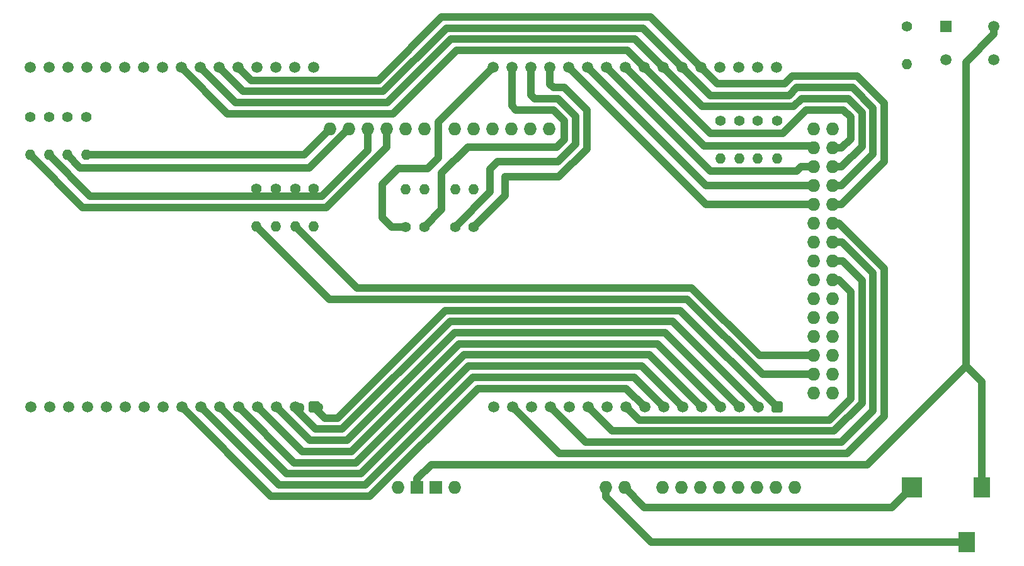
<source format=gbr>
%TF.GenerationSoftware,KiCad,Pcbnew,8.0.2*%
%TF.CreationDate,2024-05-10T09:20:42-04:00*%
%TF.ProjectId,Anastasiya Volgina - PCB Design,416e6173-7461-4736-9979-6120566f6c67,rev?*%
%TF.SameCoordinates,Original*%
%TF.FileFunction,Copper,L1,Top*%
%TF.FilePolarity,Positive*%
%FSLAX46Y46*%
G04 Gerber Fmt 4.6, Leading zero omitted, Abs format (unit mm)*
G04 Created by KiCad (PCBNEW 8.0.2) date 2024-05-10 09:20:42*
%MOMM*%
%LPD*%
G01*
G04 APERTURE LIST*
G04 Aperture macros list*
%AMRoundRect*
0 Rectangle with rounded corners*
0 $1 Rounding radius*
0 $2 $3 $4 $5 $6 $7 $8 $9 X,Y pos of 4 corners*
0 Add a 4 corners polygon primitive as box body*
4,1,4,$2,$3,$4,$5,$6,$7,$8,$9,$2,$3,0*
0 Add four circle primitives for the rounded corners*
1,1,$1+$1,$2,$3*
1,1,$1+$1,$4,$5*
1,1,$1+$1,$6,$7*
1,1,$1+$1,$8,$9*
0 Add four rect primitives between the rounded corners*
20,1,$1+$1,$2,$3,$4,$5,0*
20,1,$1+$1,$4,$5,$6,$7,0*
20,1,$1+$1,$6,$7,$8,$9,0*
20,1,$1+$1,$8,$9,$2,$3,0*%
G04 Aperture macros list end*
%TA.AperFunction,ComponentPad*%
%ADD10C,1.400000*%
%TD*%
%TA.AperFunction,ComponentPad*%
%ADD11O,1.400000X1.400000*%
%TD*%
%TA.AperFunction,SMDPad,CuDef*%
%ADD12R,2.200000X2.800000*%
%TD*%
%TA.AperFunction,SMDPad,CuDef*%
%ADD13R,2.800000X2.800000*%
%TD*%
%TA.AperFunction,ComponentPad*%
%ADD14RoundRect,0.250000X-0.500000X-0.500000X0.500000X-0.500000X0.500000X0.500000X-0.500000X0.500000X0*%
%TD*%
%TA.AperFunction,ComponentPad*%
%ADD15C,1.500000*%
%TD*%
%TA.AperFunction,ComponentPad*%
%ADD16R,1.498000X1.498000*%
%TD*%
%TA.AperFunction,ComponentPad*%
%ADD17C,1.498000*%
%TD*%
%TA.AperFunction,ComponentPad*%
%ADD18O,1.727200X1.727200*%
%TD*%
%TA.AperFunction,ComponentPad*%
%ADD19R,1.727200X1.727200*%
%TD*%
%TA.AperFunction,Conductor*%
%ADD20C,1.000000*%
%TD*%
G04 APERTURE END LIST*
D10*
%TO.P,R6,1*%
%TO.N,Net-(D1-R6)*%
X225500000Y-105460000D03*
D11*
%TO.P,R6,2*%
%TO.N,/D3*%
X225500000Y-110540000D03*
%TD*%
D10*
%TO.P,R17,1*%
%TO.N,Net-(R17-Pad1)*%
X248000000Y-92760000D03*
D11*
%TO.P,R17,2*%
%TO.N,/D39*%
X248000000Y-97840000D03*
%TD*%
D10*
%TO.P,R15,1*%
%TO.N,Net-(D2-R7)*%
X165800000Y-114620000D03*
D11*
%TO.P,R15,2*%
%TO.N,/D44*%
X165800000Y-119700000D03*
%TD*%
D12*
%TO.P,J1,R*%
%TO.N,/A6*%
X256100000Y-162200000D03*
%TO.P,J1,S*%
%TO.N,/GND*%
X258100000Y-154800000D03*
D13*
%TO.P,J1,T*%
%TO.N,/A7*%
X248700000Y-154800000D03*
%TD*%
D10*
%TO.P,R9,1*%
%TO.N,Net-(D2-R1)*%
X130200000Y-105000000D03*
D11*
%TO.P,R9,2*%
%TO.N,/D10*%
X130200000Y-110080000D03*
%TD*%
D10*
%TO.P,R11,1*%
%TO.N,Net-(D2-R3)*%
X135200000Y-105000000D03*
D11*
%TO.P,R11,2*%
%TO.N,/D12*%
X135200000Y-110080000D03*
%TD*%
D10*
%TO.P,R8,1*%
%TO.N,Net-(D1-R8)*%
X230600000Y-105460000D03*
D11*
%TO.P,R8,2*%
%TO.N,/D5*%
X230600000Y-110540000D03*
%TD*%
D10*
%TO.P,R1,1*%
%TO.N,Net-(D1-R1)*%
X180600000Y-119740000D03*
D11*
%TO.P,R1,2*%
%TO.N,/D9*%
X180600000Y-114660000D03*
%TD*%
D10*
%TO.P,R3,1*%
%TO.N,Net-(D1-R3)*%
X187300000Y-119780000D03*
D11*
%TO.P,R3,2*%
%TO.N,/D7*%
X187300000Y-114700000D03*
%TD*%
D14*
%TO.P,D2,1,CB1*%
%TO.N,/A15*%
X168340000Y-144000000D03*
D15*
%TO.P,D2,2,CB2*%
%TO.N,/A14*%
X165800000Y-144000000D03*
%TO.P,D2,3,CB3*%
%TO.N,/A13*%
X163260000Y-144000000D03*
%TO.P,D2,4,CB4*%
%TO.N,/A12*%
X160720000Y-144000000D03*
%TO.P,D2,5,CB5*%
%TO.N,/A11*%
X158180000Y-144000000D03*
%TO.P,D2,6,CB6*%
%TO.N,/A10*%
X155640000Y-144000000D03*
%TO.P,D2,7,CB7*%
%TO.N,/A9*%
X153100000Y-144000000D03*
%TO.P,D2,8,CB8*%
%TO.N,/A8*%
X150560000Y-144000000D03*
%TO.P,D2,9,CR1*%
%TO.N,/D37*%
X148020000Y-144000000D03*
%TO.P,D2,10,CR2*%
%TO.N,/D36*%
X145480000Y-144000000D03*
%TO.P,D2,11,CR3*%
%TO.N,/D35*%
X142940000Y-144000000D03*
%TO.P,D2,12,CR4*%
%TO.N,/D34*%
X140400000Y-144000000D03*
%TO.P,D2,13,CR5*%
%TO.N,/D33*%
X137860000Y-144000000D03*
%TO.P,D2,14,CR6*%
%TO.N,/D32*%
X135320000Y-144000000D03*
%TO.P,D2,15,CR7*%
%TO.N,/D31*%
X132780000Y-144000000D03*
%TO.P,D2,16,CR8*%
%TO.N,/D30*%
X130240000Y-144000000D03*
%TO.P,D2,17,R1*%
%TO.N,Net-(D2-R1)*%
X130145037Y-98279543D03*
%TO.P,D2,18,R2*%
%TO.N,Net-(D2-R2)*%
X132685037Y-98279543D03*
%TO.P,D2,19,R3*%
%TO.N,Net-(D2-R3)*%
X135225037Y-98279543D03*
%TO.P,D2,20,R4*%
%TO.N,Net-(D2-R4)*%
X137765037Y-98279543D03*
%TO.P,D2,21,CG8*%
%TO.N,/D28*%
X140305037Y-98279543D03*
%TO.P,D2,22,CG7*%
%TO.N,/D26*%
X142845037Y-98279543D03*
%TO.P,D2,23,CG6*%
%TO.N,/D24*%
X145385037Y-98279543D03*
%TO.P,D2,24,CG5*%
%TO.N,/D22*%
X147925037Y-98279543D03*
%TO.P,D2,25,CG4*%
%TO.N,/D23*%
X150465037Y-98279543D03*
%TO.P,D2,26,CG3*%
%TO.N,/D25*%
X153005037Y-98279543D03*
%TO.P,D2,27,CG2*%
%TO.N,/D27*%
X155545037Y-98279543D03*
%TO.P,D2,28,CG1*%
%TO.N,/D29*%
X158085037Y-98279543D03*
%TO.P,D2,29,R5*%
%TO.N,Net-(D2-R5)*%
X160625037Y-98279543D03*
%TO.P,D2,30,R6*%
%TO.N,Net-(D2-R6)*%
X163165037Y-98279543D03*
%TO.P,D2,31,R7*%
%TO.N,Net-(D2-R7)*%
X165705037Y-98279543D03*
%TO.P,D2,32,R8*%
%TO.N,Net-(D2-R8)*%
X168245037Y-98279543D03*
%TD*%
D10*
%TO.P,R12,1*%
%TO.N,Net-(D2-R4)*%
X137700000Y-105000000D03*
D11*
%TO.P,R12,2*%
%TO.N,/D13*%
X137700000Y-110080000D03*
%TD*%
D10*
%TO.P,R13,1*%
%TO.N,Net-(D2-R5)*%
X160600000Y-114620000D03*
D11*
%TO.P,R13,2*%
%TO.N,/D46*%
X160600000Y-119700000D03*
%TD*%
D10*
%TO.P,R2,1*%
%TO.N,Net-(D1-R2)*%
X183200000Y-119740000D03*
D11*
%TO.P,R2,2*%
%TO.N,/D8*%
X183200000Y-114660000D03*
%TD*%
D10*
%TO.P,R5,1*%
%TO.N,Net-(D1-R5)*%
X223000000Y-105460000D03*
D11*
%TO.P,R5,2*%
%TO.N,/D2*%
X223000000Y-110540000D03*
%TD*%
D10*
%TO.P,R14,1*%
%TO.N,Net-(D2-R6)*%
X163200000Y-114620000D03*
D11*
%TO.P,R14,2*%
%TO.N,/D45*%
X163200000Y-119700000D03*
%TD*%
D10*
%TO.P,R4,1*%
%TO.N,Net-(D1-R4)*%
X189800000Y-119780000D03*
D11*
%TO.P,R4,2*%
%TO.N,/D6*%
X189800000Y-114700000D03*
%TD*%
D16*
%TO.P,SW1,1,1*%
%TO.N,Net-(R17-Pad1)*%
X253250000Y-92750000D03*
D17*
%TO.P,SW1,2,2*%
%TO.N,/GND*%
X259750000Y-92750000D03*
%TO.P,SW1,3*%
%TO.N,N/C*%
X253250000Y-97250000D03*
%TO.P,SW1,4*%
X259750000Y-97250000D03*
%TD*%
D10*
%TO.P,R10,1*%
%TO.N,Net-(D2-R2)*%
X132700000Y-105000000D03*
D11*
%TO.P,R10,2*%
%TO.N,/D11*%
X132700000Y-110080000D03*
%TD*%
D10*
%TO.P,R16,1*%
%TO.N,Net-(D2-R8)*%
X168300000Y-114620000D03*
D11*
%TO.P,R16,2*%
%TO.N,/D47*%
X168300000Y-119700000D03*
%TD*%
D10*
%TO.P,R7,1*%
%TO.N,Net-(D1-R7)*%
X228000000Y-105460000D03*
D11*
%TO.P,R7,2*%
%TO.N,/D4*%
X228000000Y-110540000D03*
%TD*%
D14*
%TO.P,D1,1,CB1*%
%TO.N,/A15*%
X230594963Y-144000000D03*
D15*
%TO.P,D1,2,CB2*%
%TO.N,/A14*%
X228054963Y-144000000D03*
%TO.P,D1,3,CB3*%
%TO.N,/A13*%
X225514963Y-144000000D03*
%TO.P,D1,4,CB4*%
%TO.N,/A12*%
X222974963Y-144000000D03*
%TO.P,D1,5,CB5*%
%TO.N,/A11*%
X220434963Y-144000000D03*
%TO.P,D1,6,CB6*%
%TO.N,/A10*%
X217894963Y-144000000D03*
%TO.P,D1,7,CB7*%
%TO.N,/A9*%
X215354963Y-144000000D03*
%TO.P,D1,8,CB8*%
%TO.N,/A8*%
X212814963Y-144000000D03*
%TO.P,D1,9,CR1*%
%TO.N,/D37*%
X210274963Y-144000000D03*
%TO.P,D1,10,CR2*%
%TO.N,/D36*%
X207734963Y-144000000D03*
%TO.P,D1,11,CR3*%
%TO.N,/D35*%
X205194963Y-144000000D03*
%TO.P,D1,12,CR4*%
%TO.N,/D34*%
X202654963Y-144000000D03*
%TO.P,D1,13,CR5*%
%TO.N,/D33*%
X200114963Y-144000000D03*
%TO.P,D1,14,CR6*%
%TO.N,/D32*%
X197574963Y-144000000D03*
%TO.P,D1,15,CR7*%
%TO.N,/D31*%
X195034963Y-144000000D03*
%TO.P,D1,16,CR8*%
%TO.N,/D30*%
X192494963Y-144000000D03*
%TO.P,D1,17,R1*%
%TO.N,Net-(D1-R1)*%
X192400000Y-98279543D03*
%TO.P,D1,18,R2*%
%TO.N,Net-(D1-R2)*%
X194940000Y-98279543D03*
%TO.P,D1,19,R3*%
%TO.N,Net-(D1-R3)*%
X197480000Y-98279543D03*
%TO.P,D1,20,R4*%
%TO.N,Net-(D1-R4)*%
X200020000Y-98279543D03*
%TO.P,D1,21,CG8*%
%TO.N,/D28*%
X202560000Y-98279543D03*
%TO.P,D1,22,CG7*%
%TO.N,/D26*%
X205100000Y-98279543D03*
%TO.P,D1,23,CG6*%
%TO.N,/D24*%
X207640000Y-98279543D03*
%TO.P,D1,24,CG5*%
%TO.N,/D22*%
X210180000Y-98279543D03*
%TO.P,D1,25,CG4*%
%TO.N,/D23*%
X212720000Y-98279543D03*
%TO.P,D1,26,CG3*%
%TO.N,/D25*%
X215260000Y-98279543D03*
%TO.P,D1,27,CG2*%
%TO.N,/D27*%
X217800000Y-98279543D03*
%TO.P,D1,28,CG1*%
%TO.N,/D29*%
X220340000Y-98279543D03*
%TO.P,D1,29,R5*%
%TO.N,Net-(D1-R5)*%
X222880000Y-98279543D03*
%TO.P,D1,30,R6*%
%TO.N,Net-(D1-R6)*%
X225420000Y-98279543D03*
%TO.P,D1,31,R7*%
%TO.N,Net-(D1-R7)*%
X227960000Y-98279543D03*
%TO.P,D1,32,R8*%
%TO.N,Net-(D1-R8)*%
X230500000Y-98279543D03*
%TD*%
D18*
%TO.P,A1,5V1,5V*%
%TO.N,unconnected-(A1-5V-Pad5V1)*%
X179630000Y-154850000D03*
%TO.P,A1,5V3,5V*%
%TO.N,unconnected-(A1-5V-Pad5V3)*%
X235500000Y-106600000D03*
%TO.P,A1,5V4,5V*%
%TO.N,unconnected-(A1-5V-Pad5V4)*%
X238040000Y-106600000D03*
%TO.P,A1,A6,A6*%
%TO.N,/A6*%
X207570000Y-154850000D03*
%TO.P,A1,A7,A7*%
%TO.N,/A7*%
X210110000Y-154850000D03*
%TO.P,A1,A8,PK0*%
%TO.N,/A8*%
X215190000Y-154850000D03*
%TO.P,A1,A9,PK1*%
%TO.N,/A9*%
X217730000Y-154850000D03*
%TO.P,A1,A10,PK2*%
%TO.N,/A10*%
X220270000Y-154850000D03*
%TO.P,A1,A11,PK3*%
%TO.N,/A11*%
X222810000Y-154850000D03*
%TO.P,A1,A12,PK4*%
%TO.N,/A12*%
X225350000Y-154850000D03*
%TO.P,A1,A13,PK5*%
%TO.N,/A13*%
X227890000Y-154850000D03*
%TO.P,A1,A14,PK6*%
%TO.N,/A14*%
X230430000Y-154850000D03*
%TO.P,A1,A15,PK7*%
%TO.N,/A15*%
X232970000Y-154850000D03*
%TO.P,A1,D2,D2_INT0*%
%TO.N,/D2*%
X199940000Y-106600000D03*
%TO.P,A1,D3,D3_INT1*%
%TO.N,/D3*%
X197400000Y-106600000D03*
%TO.P,A1,D4,D4*%
%TO.N,/D4*%
X194860000Y-106600000D03*
%TO.P,A1,D5,D5*%
%TO.N,/D5*%
X192320000Y-106600000D03*
%TO.P,A1,D6,D6*%
%TO.N,/D6*%
X189780000Y-106600000D03*
%TO.P,A1,D7,D7*%
%TO.N,/D7*%
X187240000Y-106600000D03*
%TO.P,A1,D8,D8*%
%TO.N,/D8*%
X183176000Y-106600000D03*
%TO.P,A1,D9,D9*%
%TO.N,/D9*%
X180636000Y-106600000D03*
%TO.P,A1,D10,D10*%
%TO.N,/D10*%
X178096000Y-106600000D03*
%TO.P,A1,D11,D11*%
%TO.N,/D11*%
X175556000Y-106600000D03*
%TO.P,A1,D12,D12*%
%TO.N,/D12*%
X173016000Y-106600000D03*
%TO.P,A1,D13,D13*%
%TO.N,/D13*%
X170476000Y-106600000D03*
%TO.P,A1,D22,PA0*%
%TO.N,/D22*%
X235500000Y-109140000D03*
%TO.P,A1,D23,PA1*%
%TO.N,/D23*%
X238040000Y-109140000D03*
%TO.P,A1,D24,PA2*%
%TO.N,/D24*%
X235500000Y-111680000D03*
%TO.P,A1,D25,PA3*%
%TO.N,/D25*%
X238040000Y-111680000D03*
%TO.P,A1,D26,PA4*%
%TO.N,/D26*%
X235500000Y-114220000D03*
%TO.P,A1,D27,PA5*%
%TO.N,/D27*%
X238040000Y-114220000D03*
%TO.P,A1,D28,PA6*%
%TO.N,/D28*%
X235500000Y-116760000D03*
%TO.P,A1,D29,PA7*%
%TO.N,/D29*%
X238040000Y-116760000D03*
%TO.P,A1,D30,PC7*%
%TO.N,/D30*%
X235500000Y-119300000D03*
%TO.P,A1,D31,PC6*%
%TO.N,/D31*%
X238040000Y-119300000D03*
%TO.P,A1,D32,PC5*%
%TO.N,/D32*%
X235500000Y-121840000D03*
%TO.P,A1,D33,PC4*%
%TO.N,/D33*%
X238040000Y-121840000D03*
%TO.P,A1,D34,PC3*%
%TO.N,/D34*%
X235500000Y-124380000D03*
%TO.P,A1,D35,PC2*%
%TO.N,/D35*%
X238040000Y-124380000D03*
%TO.P,A1,D36,PC1*%
%TO.N,/D36*%
X235500000Y-126920000D03*
%TO.P,A1,D37,PC0*%
%TO.N,/D37*%
X238040000Y-126920000D03*
%TO.P,A1,D38,D38*%
%TO.N,unconnected-(A1-PadD38)*%
X235500000Y-129460000D03*
%TO.P,A1,D39,D39*%
%TO.N,/D39*%
X238040000Y-129460000D03*
%TO.P,A1,D40,D40*%
%TO.N,unconnected-(A1-PadD40)*%
X235500000Y-132000000D03*
%TO.P,A1,D41,D41*%
%TO.N,unconnected-(A1-PadD41)*%
X238040000Y-132000000D03*
%TO.P,A1,D42,D42*%
%TO.N,unconnected-(A1-PadD42)*%
X235500000Y-134540000D03*
%TO.P,A1,D43,D43*%
%TO.N,unconnected-(A1-PadD43)*%
X238040000Y-134540000D03*
%TO.P,A1,D44,D44*%
%TO.N,/D44*%
X235500000Y-137080000D03*
%TO.P,A1,D45,D45*%
%TO.N,/D45*%
X238040000Y-137080000D03*
%TO.P,A1,D46,D46*%
%TO.N,/D46*%
X235500000Y-139620000D03*
%TO.P,A1,D47,D47*%
%TO.N,/D47*%
X238040000Y-139620000D03*
%TO.P,A1,D48,D48*%
%TO.N,unconnected-(A1-PadD48)*%
X235500000Y-142160000D03*
%TO.P,A1,D49,D49*%
%TO.N,unconnected-(A1-PadD49)*%
X238040000Y-142160000D03*
D19*
%TO.P,A1,GND2,GND*%
%TO.N,/GND*%
X182170000Y-154850000D03*
%TO.P,A1,GND3,GND*%
%TO.N,unconnected-(A1-GND-PadGND3)*%
X184710000Y-154850000D03*
D18*
%TO.P,A1,VIN,VIN*%
%TO.N,unconnected-(A1-PadVIN)*%
X187250000Y-154850000D03*
%TD*%
D20*
%TO.N,Net-(D1-R3)*%
X203500000Y-104878680D02*
X201121320Y-102500000D01*
X201121320Y-102500000D02*
X198000000Y-102500000D01*
X193000000Y-111000000D02*
X201121320Y-111000000D01*
X201121320Y-111000000D02*
X203500000Y-108621320D01*
X192000000Y-115080000D02*
X192000000Y-112000000D01*
X192000000Y-112000000D02*
X193000000Y-111000000D01*
X187300000Y-119780000D02*
X192000000Y-115080000D01*
X203500000Y-108621320D02*
X203500000Y-104878680D01*
X198000000Y-102500000D02*
X197480000Y-101980000D01*
X197480000Y-101980000D02*
X197480000Y-98279543D01*
%TO.N,/D12*%
X135200000Y-110080000D02*
X136900000Y-111780000D01*
X136900000Y-111780000D02*
X167720000Y-111780000D01*
X167720000Y-111780000D02*
X173016000Y-106484000D01*
%TO.N,Net-(D1-R4)*%
X189800000Y-119780000D02*
X194000000Y-115580000D01*
X202000000Y-101000000D02*
X200500000Y-101000000D01*
X205000000Y-109242640D02*
X205000000Y-104000000D01*
X194000000Y-113000000D02*
X201242640Y-113000000D01*
X194000000Y-115580000D02*
X194000000Y-113000000D01*
X200020000Y-100520000D02*
X200020000Y-98279543D01*
X205000000Y-104000000D02*
X202000000Y-101000000D01*
X200500000Y-101000000D02*
X200020000Y-100520000D01*
X201242640Y-113000000D02*
X205000000Y-109242640D01*
%TO.N,/D35*%
X208444963Y-147250000D02*
X238250000Y-147250000D01*
X239380000Y-124380000D02*
X238040000Y-124380000D01*
X242000000Y-143500000D02*
X242000000Y-127000000D01*
X238250000Y-147250000D02*
X242000000Y-143500000D01*
X205194963Y-144000000D02*
X208444963Y-147250000D01*
X242000000Y-127000000D02*
X239380000Y-124380000D01*
%TO.N,/D10*%
X178096000Y-109025320D02*
X178096000Y-106600000D01*
X137240000Y-117120000D02*
X170001320Y-117120000D01*
X170001320Y-117120000D02*
X178096000Y-109025320D01*
X130200000Y-110080000D02*
X137240000Y-117120000D01*
%TO.N,/D11*%
X132700000Y-110080000D02*
X138240000Y-115620000D01*
X138240000Y-115620000D02*
X169380000Y-115620000D01*
X169380000Y-115620000D02*
X175556000Y-109444000D01*
X175556000Y-109444000D02*
X175556000Y-106600000D01*
%TO.N,/A13*%
X225514963Y-144000000D02*
X215514963Y-134000000D01*
X167760000Y-148500000D02*
X163260000Y-144000000D01*
X187242640Y-134000000D02*
X172742640Y-148500000D01*
X215514963Y-134000000D02*
X187242640Y-134000000D01*
X172742640Y-148500000D02*
X167760000Y-148500000D01*
%TO.N,/D25*%
X220541117Y-103560660D02*
X232818020Y-103560660D01*
X239261314Y-111680000D02*
X238040000Y-111680000D01*
X178213097Y-103029543D02*
X186742640Y-94500000D01*
X232818020Y-103560660D02*
X233878680Y-102500000D01*
X186742640Y-94500000D02*
X211480457Y-94500000D01*
X211480457Y-94500000D02*
X215260000Y-98279543D01*
X242000000Y-108941314D02*
X239261314Y-111680000D01*
X242000000Y-104378680D02*
X242000000Y-108941314D01*
X240121320Y-102500000D02*
X242000000Y-104378680D01*
X233878680Y-102500000D02*
X240121320Y-102500000D01*
X215260000Y-98279543D02*
X220541117Y-103560660D01*
X153005037Y-98279543D02*
X157755037Y-103029543D01*
X157755037Y-103029543D02*
X178213097Y-103029543D01*
%TO.N,/D29*%
X176970457Y-100029543D02*
X185500000Y-91500000D01*
X158279543Y-98408923D02*
X159900163Y-100029543D01*
X158085037Y-98279543D02*
X158279543Y-98279543D01*
X231636040Y-100500000D02*
X232636040Y-99500000D01*
X213560457Y-91500000D02*
X220340000Y-98279543D01*
X220340000Y-98279543D02*
X222560457Y-100500000D01*
X245000000Y-103136040D02*
X245000000Y-111000000D01*
X239240000Y-116760000D02*
X238040000Y-116760000D01*
X232636040Y-99500000D02*
X241363960Y-99500000D01*
X158279543Y-98279543D02*
X158279543Y-98408923D01*
X245000000Y-111000000D02*
X239240000Y-116760000D01*
X222560457Y-100500000D02*
X231636040Y-100500000D01*
X159900163Y-100029543D02*
X176970457Y-100029543D01*
X241363960Y-99500000D02*
X245000000Y-103136040D01*
X185500000Y-91500000D02*
X213560457Y-91500000D01*
%TO.N,/A15*%
X169800000Y-145500000D02*
X171500000Y-145500000D01*
X169040000Y-144000000D02*
X169040000Y-144040000D01*
X186000000Y-131000000D02*
X217594963Y-131000000D01*
X171500000Y-145500000D02*
X186000000Y-131000000D01*
X168340000Y-144040000D02*
X169800000Y-145500000D01*
X217594963Y-131000000D02*
X230594963Y-144000000D01*
%TO.N,/D37*%
X238920000Y-126920000D02*
X238040000Y-126920000D01*
X210274963Y-144000000D02*
X212024963Y-145750000D01*
X240500000Y-142878680D02*
X240500000Y-128500000D01*
X212024963Y-145750000D02*
X237628680Y-145750000D01*
X237628680Y-145750000D02*
X240500000Y-142878680D01*
X240500000Y-128500000D02*
X238920000Y-126920000D01*
%TO.N,/GND*%
X259750000Y-92750000D02*
X259750000Y-93809245D01*
X256000000Y-97559245D02*
X256000000Y-138492640D01*
X184082800Y-151750000D02*
X242742640Y-151750000D01*
X258100000Y-153300000D02*
X258100000Y-140592640D01*
X182170000Y-153662800D02*
X184082800Y-151750000D01*
X242742640Y-151750000D02*
X256000000Y-138492640D01*
X258100000Y-140592640D02*
X256000000Y-138492640D01*
X259750000Y-93809245D02*
X256000000Y-97559245D01*
X182170000Y-154850000D02*
X182170000Y-153662800D01*
%TO.N,/A9*%
X189727920Y-140000000D02*
X175227920Y-154500000D01*
X175227920Y-154500000D02*
X163600000Y-154500000D01*
X215354963Y-144000000D02*
X211354963Y-140000000D01*
X211354963Y-140000000D02*
X189727920Y-140000000D01*
X163600000Y-154500000D02*
X153100000Y-144000000D01*
%TO.N,/A12*%
X187863960Y-135500000D02*
X173363960Y-150000000D01*
X173363960Y-150000000D02*
X166720000Y-150000000D01*
X166720000Y-150000000D02*
X160720000Y-144000000D01*
X222974963Y-144000000D02*
X214474963Y-135500000D01*
X214474963Y-135500000D02*
X187863960Y-135500000D01*
%TO.N,/D44*%
X219121320Y-128000000D02*
X228201320Y-137080000D01*
X165800000Y-119700000D02*
X174100000Y-128000000D01*
X228201320Y-137080000D02*
X235500000Y-137080000D01*
X174100000Y-128000000D02*
X219121320Y-128000000D01*
%TO.N,/A10*%
X189106600Y-138500000D02*
X174606600Y-153000000D01*
X164640000Y-153000000D02*
X155640000Y-144000000D01*
X174606600Y-153000000D02*
X164640000Y-153000000D01*
X217894963Y-144000000D02*
X212394963Y-138500000D01*
X212394963Y-138500000D02*
X189106600Y-138500000D01*
%TO.N,/D26*%
X205100000Y-98279543D02*
X221040457Y-114220000D01*
X221040457Y-114220000D02*
X235500000Y-114220000D01*
%TO.N,/A7*%
X212760000Y-157500000D02*
X210110000Y-154850000D01*
X248700000Y-154800000D02*
X246000000Y-157500000D01*
X246000000Y-157500000D02*
X212760000Y-157500000D01*
%TO.N,/D24*%
X233820000Y-111680000D02*
X235500000Y-111680000D01*
X233260000Y-112240000D02*
X233820000Y-111680000D01*
X207640000Y-98279543D02*
X221600457Y-112240000D01*
X221600457Y-112240000D02*
X233260000Y-112240000D01*
%TO.N,/D22*%
X220740457Y-108840000D02*
X235200000Y-108840000D01*
X210180000Y-98279543D02*
X220740457Y-108840000D01*
X235200000Y-108840000D02*
X235500000Y-109140000D01*
%TO.N,/D46*%
X228620000Y-139620000D02*
X235500000Y-139620000D01*
X160600000Y-119700000D02*
X170400000Y-129500000D01*
X218500000Y-129500000D02*
X228620000Y-139620000D01*
X170400000Y-129500000D02*
X218500000Y-129500000D01*
%TO.N,/D31*%
X245000000Y-145250000D02*
X245000000Y-125378680D01*
X238921320Y-119300000D02*
X238040000Y-119300000D01*
X240000000Y-150250000D02*
X245000000Y-145250000D01*
X195034963Y-144000000D02*
X201284963Y-150250000D01*
X201284963Y-150250000D02*
X240000000Y-150250000D01*
X245000000Y-125378680D02*
X238921320Y-119300000D01*
%TO.N,/D27*%
X158795037Y-101529543D02*
X177591777Y-101529543D01*
X217800000Y-98279543D02*
X221581117Y-102060660D01*
X177591777Y-101529543D02*
X186121320Y-93000000D01*
X217800000Y-98279543D02*
X212520457Y-93000000D01*
X212520457Y-93000000D02*
X192500000Y-93000000D01*
X243500000Y-103757360D02*
X243500000Y-109981314D01*
X233257360Y-101000000D02*
X240742640Y-101000000D01*
X240742640Y-101000000D02*
X243500000Y-103757360D01*
X186121320Y-93000000D02*
X192500000Y-93000000D01*
X232196700Y-102060660D02*
X233257360Y-101000000D01*
X221581117Y-102060660D02*
X232196700Y-102060660D01*
X155545037Y-98279543D02*
X158795037Y-101529543D01*
X239261314Y-114220000D02*
X238040000Y-114220000D01*
X243500000Y-109981314D02*
X239261314Y-114220000D01*
%TO.N,Net-(D1-R1)*%
X178740000Y-119740000D02*
X177500000Y-118500000D01*
X185039600Y-110460400D02*
X185039600Y-105639943D01*
X183588471Y-111911529D02*
X185039600Y-110460400D01*
X179588471Y-111911529D02*
X183588471Y-111911529D01*
X177500000Y-114000000D02*
X179588471Y-111911529D01*
X177500000Y-118500000D02*
X177500000Y-114000000D01*
X185039600Y-105639943D02*
X192400000Y-98279543D01*
X180600000Y-119740000D02*
X178740000Y-119740000D01*
%TO.N,Net-(D1-R2)*%
X194940000Y-103440000D02*
X194940000Y-98279543D01*
X189000000Y-109000000D02*
X201000000Y-109000000D01*
X201000000Y-109000000D02*
X202000000Y-108000000D01*
X202000000Y-105500000D02*
X200500000Y-104000000D01*
X202000000Y-108000000D02*
X202000000Y-105500000D01*
X200500000Y-104000000D02*
X195500000Y-104000000D01*
X185500000Y-112500000D02*
X189000000Y-109000000D01*
X195500000Y-104000000D02*
X194940000Y-103440000D01*
X183200000Y-119740000D02*
X185500000Y-117440000D01*
X185500000Y-117440000D02*
X185500000Y-112500000D01*
%TO.N,/D28*%
X221040457Y-116760000D02*
X235500000Y-116760000D01*
X202560000Y-98279543D02*
X221040457Y-116760000D01*
%TO.N,/A8*%
X190349240Y-141500000D02*
X175849240Y-156000000D01*
X175849240Y-156000000D02*
X162560000Y-156000000D01*
X212814963Y-144000000D02*
X210314963Y-141500000D01*
X162560000Y-156000000D02*
X150560000Y-144000000D01*
X210314963Y-141500000D02*
X190349240Y-141500000D01*
%TO.N,/A14*%
X186621320Y-132500000D02*
X172121320Y-147000000D01*
X168565306Y-147000000D02*
X165800000Y-144234694D01*
X166500000Y-144234694D02*
X166500000Y-144000000D01*
X172121320Y-147000000D02*
X168565306Y-147000000D01*
X228054963Y-144000000D02*
X216554963Y-132500000D01*
X228054963Y-144000000D02*
X228054963Y-144234694D01*
X216554963Y-132500000D02*
X186621320Y-132500000D01*
%TO.N,/D33*%
X239250000Y-148750000D02*
X243500000Y-144500000D01*
X204864963Y-148750000D02*
X239250000Y-148750000D01*
X243500000Y-144500000D02*
X243500000Y-126000000D01*
X200114963Y-144000000D02*
X204864963Y-148750000D01*
X239340000Y-121840000D02*
X238040000Y-121840000D01*
X243500000Y-126000000D02*
X239340000Y-121840000D01*
%TO.N,/A11*%
X173985280Y-151500000D02*
X165680000Y-151500000D01*
X188485280Y-137000000D02*
X173985280Y-151500000D01*
X165680000Y-151500000D02*
X158180000Y-144000000D01*
X220434963Y-144000000D02*
X213434963Y-137000000D01*
X213434963Y-137000000D02*
X188485280Y-137000000D01*
%TO.N,/D23*%
X150465037Y-98279543D02*
X156715037Y-104529543D01*
X240500000Y-107901314D02*
X239261314Y-109140000D01*
X187500000Y-96000000D02*
X210440457Y-96000000D01*
X212720000Y-98279543D02*
X221600457Y-107160000D01*
X239500000Y-104000000D02*
X240500000Y-105000000D01*
X156715037Y-104529543D02*
X178970457Y-104529543D01*
X240500000Y-105000000D02*
X240500000Y-107901314D01*
X221600457Y-107160000D02*
X231340000Y-107160000D01*
X239261314Y-109140000D02*
X238040000Y-109140000D01*
X210440457Y-96000000D02*
X212720000Y-98279543D01*
X234500000Y-104000000D02*
X239500000Y-104000000D01*
X231340000Y-107160000D02*
X234500000Y-104000000D01*
X178970457Y-104529543D02*
X187500000Y-96000000D01*
%TO.N,/D13*%
X137700000Y-110080000D02*
X166996000Y-110080000D01*
X166996000Y-110080000D02*
X170476000Y-106600000D01*
%TO.N,/A6*%
X256100000Y-162200000D02*
X213698686Y-162200000D01*
X213698686Y-162200000D02*
X207570000Y-156071314D01*
X207570000Y-156071314D02*
X207570000Y-154850000D01*
%TD*%
M02*

</source>
